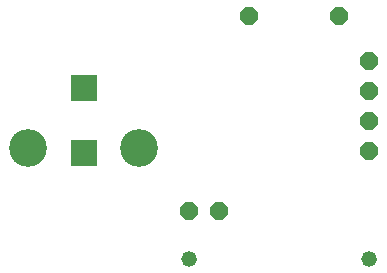
<source format=gbs>
G75*
%MOIN*%
%OFA0B0*%
%FSLAX25Y25*%
%IPPOS*%
%LPD*%
%AMOC8*
5,1,8,0,0,1.08239X$1,22.5*
%
%ADD10OC8,0.06000*%
%ADD11R,0.09068X0.09068*%
%ADD12C,0.12611*%
%ADD13C,0.05200*%
D10*
X0066600Y0026600D03*
X0076600Y0026600D03*
X0126600Y0046600D03*
X0126600Y0056600D03*
X0126600Y0066600D03*
X0126600Y0076600D03*
X0116600Y0091600D03*
X0086600Y0091600D03*
D11*
X0031600Y0045773D03*
X0031600Y0067427D03*
D12*
X0013096Y0047584D03*
X0050104Y0047584D03*
D13*
X0066600Y0010600D03*
X0126600Y0010600D03*
M02*

</source>
